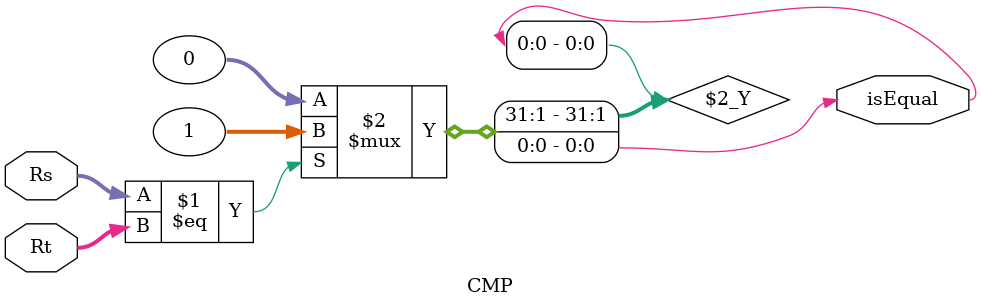
<source format=v>
module CMP(
    input [31:0]Rs,
    input [31:0]Rt,

    output isEqual
);
    assign isEqual = (Rs==Rt)?1:0;
endmodule //CMP


</source>
